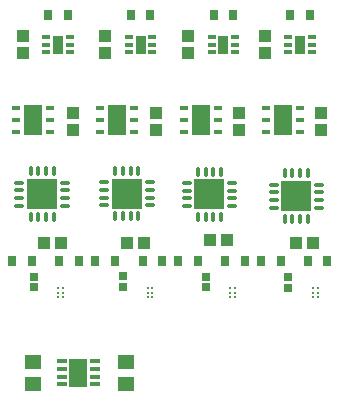
<source format=gtp>
G04*
G04 #@! TF.GenerationSoftware,Altium Limited,Altium Designer,24.5.2 (23)*
G04*
G04 Layer_Color=8421504*
%FSLAX25Y25*%
%MOIN*%
G70*
G04*
G04 #@! TF.SameCoordinates,EE7ABEC0-FA62-49D2-8FE4-2AC88B8F3348*
G04*
G04*
G04 #@! TF.FilePolarity,Positive*
G04*
G01*
G75*
%ADD13R,0.03937X0.03937*%
%ADD14R,0.02756X0.03543*%
%ADD15R,0.02756X0.01181*%
%ADD16R,0.03504X0.06299*%
%ADD17R,0.03150X0.01575*%
%ADD18R,0.05906X0.09843*%
%ADD19R,0.10236X0.10236*%
%ADD20O,0.03347X0.01181*%
%ADD21O,0.01181X0.03347*%
%ADD22R,0.05709X0.05118*%
%ADD23R,0.03937X0.03937*%
%ADD24R,0.02835X0.02677*%
%ADD25C,0.00787*%
%ADD26R,0.05866X0.09449*%
%ADD27R,0.03543X0.01378*%
D13*
X230315Y380996D02*
D03*
Y386720D02*
D03*
X257874Y380996D02*
D03*
Y386720D02*
D03*
X285433Y380996D02*
D03*
Y386720D02*
D03*
X311024Y380996D02*
D03*
Y386720D02*
D03*
X247244Y355405D02*
D03*
Y361130D02*
D03*
X329921Y355405D02*
D03*
Y361130D02*
D03*
X302362Y355405D02*
D03*
Y361130D02*
D03*
X274803Y355405D02*
D03*
Y361130D02*
D03*
D14*
X245382Y393701D02*
D03*
X238870D02*
D03*
X272941D02*
D03*
X266429D02*
D03*
X300500D02*
D03*
X293988D02*
D03*
X326091D02*
D03*
X319579D02*
D03*
X233390Y311808D02*
D03*
X226878D02*
D03*
X261130D02*
D03*
X254618D02*
D03*
X242472D02*
D03*
X248984D02*
D03*
X270457D02*
D03*
X276968D02*
D03*
X288689D02*
D03*
X282177D02*
D03*
X297816D02*
D03*
X304328D02*
D03*
X325401D02*
D03*
X331912D02*
D03*
X316330D02*
D03*
X309818D02*
D03*
D15*
X326752Y381299D02*
D03*
Y383858D02*
D03*
Y386417D02*
D03*
X318917Y381299D02*
D03*
Y383858D02*
D03*
Y386417D02*
D03*
X301161Y381299D02*
D03*
Y383858D02*
D03*
Y386417D02*
D03*
X293327Y381299D02*
D03*
Y383858D02*
D03*
Y386417D02*
D03*
X273602Y381299D02*
D03*
Y383858D02*
D03*
Y386417D02*
D03*
X265768Y381299D02*
D03*
Y383858D02*
D03*
Y386417D02*
D03*
X246043Y381299D02*
D03*
Y383858D02*
D03*
Y386417D02*
D03*
X238209Y381299D02*
D03*
Y383858D02*
D03*
Y386417D02*
D03*
D16*
X322835Y383858D02*
D03*
X297244D02*
D03*
X269685D02*
D03*
X242126D02*
D03*
D17*
X228209Y362752D02*
D03*
Y358815D02*
D03*
Y354878D02*
D03*
X239547Y362752D02*
D03*
Y358815D02*
D03*
Y354878D02*
D03*
X256114Y362752D02*
D03*
Y358815D02*
D03*
Y354878D02*
D03*
X267453Y362752D02*
D03*
Y358815D02*
D03*
Y354878D02*
D03*
X284020Y362752D02*
D03*
Y358815D02*
D03*
Y354878D02*
D03*
X295358Y362752D02*
D03*
Y358815D02*
D03*
Y354878D02*
D03*
X311425Y362752D02*
D03*
Y358815D02*
D03*
Y354878D02*
D03*
X322764Y362752D02*
D03*
Y358815D02*
D03*
Y354878D02*
D03*
D18*
X233878Y358815D02*
D03*
X261784D02*
D03*
X289689D02*
D03*
X317094D02*
D03*
D19*
X321555Y333366D02*
D03*
X292618Y333957D02*
D03*
X236811Y334055D02*
D03*
X265059Y334154D02*
D03*
D20*
X329134Y337205D02*
D03*
Y334646D02*
D03*
Y332087D02*
D03*
Y329528D02*
D03*
X313976D02*
D03*
Y332087D02*
D03*
Y334646D02*
D03*
Y337205D02*
D03*
X300197Y337795D02*
D03*
Y335236D02*
D03*
Y332677D02*
D03*
Y330118D02*
D03*
X285039D02*
D03*
Y332677D02*
D03*
Y335236D02*
D03*
Y337795D02*
D03*
X244390Y337894D02*
D03*
Y335335D02*
D03*
Y332776D02*
D03*
Y330217D02*
D03*
X229232D02*
D03*
Y332776D02*
D03*
Y335335D02*
D03*
Y337894D02*
D03*
X272638Y337992D02*
D03*
Y335433D02*
D03*
Y332874D02*
D03*
Y330315D02*
D03*
X257480D02*
D03*
Y332874D02*
D03*
Y335433D02*
D03*
Y337992D02*
D03*
D21*
X325394Y325787D02*
D03*
X322835D02*
D03*
X320276D02*
D03*
X317717D02*
D03*
Y340945D02*
D03*
X320276D02*
D03*
X322835D02*
D03*
X325394D02*
D03*
X296457Y326378D02*
D03*
X293898D02*
D03*
X291339D02*
D03*
X288779D02*
D03*
Y341535D02*
D03*
X291339D02*
D03*
X293898D02*
D03*
X296457D02*
D03*
X240650Y326476D02*
D03*
X238091D02*
D03*
X235531D02*
D03*
X232972D02*
D03*
Y341634D02*
D03*
X235531D02*
D03*
X238091D02*
D03*
X240650D02*
D03*
X268898Y326575D02*
D03*
X266339D02*
D03*
X263779D02*
D03*
X261221D02*
D03*
Y341732D02*
D03*
X263779D02*
D03*
X266339D02*
D03*
X268898D02*
D03*
D22*
X264882Y278114D02*
D03*
Y270815D02*
D03*
X233882Y278114D02*
D03*
Y270815D02*
D03*
D23*
X237405Y317713D02*
D03*
X243130D02*
D03*
X265154Y317846D02*
D03*
X270878D02*
D03*
X292713Y318653D02*
D03*
X298437D02*
D03*
X321362Y317846D02*
D03*
X327087D02*
D03*
D24*
X318898Y302756D02*
D03*
Y306299D02*
D03*
X291339Y302953D02*
D03*
Y306496D02*
D03*
X263779Y303150D02*
D03*
Y306693D02*
D03*
X234252Y302953D02*
D03*
Y306496D02*
D03*
D25*
X242126Y299606D02*
D03*
Y301181D02*
D03*
Y302756D02*
D03*
X243701Y299606D02*
D03*
Y301181D02*
D03*
Y302756D02*
D03*
X272047Y299606D02*
D03*
Y301181D02*
D03*
Y302756D02*
D03*
X273622Y299606D02*
D03*
Y301181D02*
D03*
Y302756D02*
D03*
X327165Y299606D02*
D03*
Y301181D02*
D03*
Y302756D02*
D03*
X328740Y299606D02*
D03*
Y301181D02*
D03*
Y302756D02*
D03*
X299606Y299606D02*
D03*
Y301181D02*
D03*
Y302756D02*
D03*
X301181Y299606D02*
D03*
Y301181D02*
D03*
Y302756D02*
D03*
D26*
X248882Y274465D02*
D03*
D27*
X254374Y270626D02*
D03*
Y273185D02*
D03*
Y275744D02*
D03*
Y278303D02*
D03*
X243390Y270626D02*
D03*
Y273185D02*
D03*
Y275744D02*
D03*
Y278303D02*
D03*
M02*

</source>
